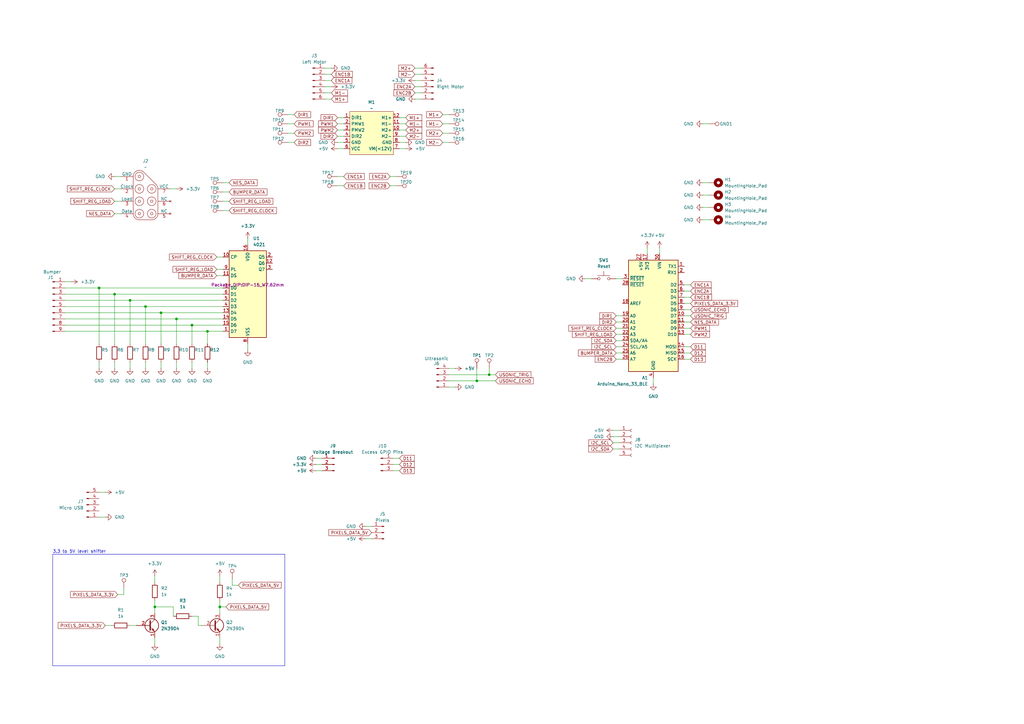
<source format=kicad_sch>
(kicad_sch (version 20231120) (generator "eeschema") (generator_version "8.0")
  (paper "A3")
  (title_block (title "A.L.I.E.N. Main Board") (date "2024-08-13") (rev "1.0") (comment 1 "Designed By: Harry Boyd"))
  (junction (at 40.64 118.11))
  (junction (at 46.99 120.65))
  (junction (at 53.34 123.19))
  (junction (at 195.58 156.21))
  (junction (at 66.04 128.27))
  (junction (at 59.69 125.73))
  (junction (at 85.09 135.89))
  (junction (at 200.66 153.67))
  (junction (at 63.5 248.92))
  (junction (at 90.17 248.92))
  (junction (at 78.74 133.35))
  (junction (at 72.39 130.81))
  (wire (pts (xy 251.46 184.15) (xy 254 184.15)))
  (wire (pts (xy 170.18 30.48) (xy 172.72 30.48)))
  (wire (pts (xy 72.39 148.59) (xy 72.39 151.13)))
  (wire (pts (xy 71.12 248.92) (xy 63.5 248.92)))
  (wire (pts (xy 170.18 33.02) (xy 172.72 33.02)))
  (wire (pts (xy 53.34 123.19) (xy 91.44 123.19)))
  (wire (pts (xy 280.67 121.92) (xy 283.21 121.92)))
  (wire (pts (xy 91.44 82.55) (xy 93.98 82.55)))
  (wire (pts (xy 46.99 120.65) (xy 91.44 120.65)))
  (wire (pts (xy 280.67 132.08) (xy 283.21 132.08)))
  (wire (pts (xy 95.25 240.03) (xy 95.25 237.49)))
  (wire (pts (xy 163.83 190.5) (xy 161.29 190.5)))
  (wire (pts (xy 138.43 60.96) (xy 140.97 60.96)))
  (wire (pts (xy 26.67 115.57) (xy 29.21 115.57)))
  (wire (pts (xy 66.04 128.27) (xy 91.44 128.27)))
  (wire (pts (xy 170.18 38.1) (xy 172.72 38.1)))
  (wire (pts (xy 132.08 193.04) (xy 129.54 193.04)))
  (wire (pts (xy 251.46 181.61) (xy 254 181.61)))
  (wire (pts (xy 240.03 114.3) (xy 242.57 114.3)))
  (wire (pts (xy 26.67 130.81) (xy 72.39 130.81)))
  (wire (pts (xy 149.86 215.9) (xy 152.4 215.9)))
  (wire (pts (xy 184.15 151.13) (xy 186.69 151.13)))
  (wire (pts (xy 50.8 241.3) (xy 50.8 243.84)))
  (wire (pts (xy 283.21 142.24) (xy 280.67 142.24)))
  (wire (pts (xy 46.99 87.63) (xy 49.53 87.63)))
  (wire (pts (xy 251.46 176.53) (xy 254 176.53)))
  (wire (pts (xy 252.73 132.08) (xy 255.27 132.08)))
  (wire (pts (xy 280.67 134.62) (xy 283.21 134.62)))
  (wire (pts (xy 184.15 158.75) (xy 186.69 158.75)))
  (wire (pts (xy 120.65 46.99) (xy 118.11 46.99)))
  (wire (pts (xy 265.43 101.6) (xy 265.43 104.14)))
  (wire (pts (xy 181.61 58.42) (xy 184.15 58.42)))
  (wire (pts (xy 280.67 137.16) (xy 283.21 137.16)))
  (wire (pts (xy 88.9 105.41) (xy 91.44 105.41)))
  (wire (pts (xy 91.44 78.74) (xy 93.98 78.74)))
  (wire (pts (xy 53.34 123.19) (xy 53.34 140.97)))
  (wire (pts (xy 133.35 38.1) (xy 135.89 38.1)))
  (wire (pts (xy 283.21 144.78) (xy 280.67 144.78)))
  (wire (pts (xy 163.83 55.88) (xy 166.37 55.88)))
  (wire (pts (xy 85.09 135.89) (xy 91.44 135.89)))
  (wire (pts (xy 135.89 27.94) (xy 133.35 27.94)))
  (wire (pts (xy 181.61 54.61) (xy 184.15 54.61)))
  (wire (pts (xy 78.74 133.35) (xy 78.74 140.97)))
  (wire (pts (xy 251.46 179.07) (xy 254 179.07)))
  (wire (pts (xy 40.64 201.93) (xy 43.18 201.93)))
  (wire (pts (xy 101.6 140.97) (xy 101.6 143.51)))
  (wire (pts (xy 59.69 148.59) (xy 59.69 151.13)))
  (wire (pts (xy 133.35 30.48) (xy 135.89 30.48)))
  (wire (pts (xy 91.44 86.36) (xy 93.98 86.36)))
  (wire (pts (xy 72.39 130.81) (xy 72.39 140.97)))
  (wire (pts (xy 170.18 27.94) (xy 172.72 27.94)))
  (wire (pts (xy 280.67 129.54) (xy 283.21 129.54)))
  (wire (pts (xy 280.67 124.46) (xy 283.21 124.46)))
  (wire (pts (xy 72.39 130.81) (xy 91.44 130.81)))
  (wire (pts (xy 184.15 156.21) (xy 195.58 156.21)))
  (wire (pts (xy 170.18 40.64) (xy 172.72 40.64)))
  (wire (pts (xy 78.74 133.35) (xy 91.44 133.35)))
  (wire (pts (xy 88.9 113.03) (xy 91.44 113.03)))
  (wire (pts (xy 66.04 148.59) (xy 66.04 151.13)))
  (wire (pts (xy 138.43 48.26) (xy 140.97 48.26)))
  (wire (pts (xy 46.99 77.47) (xy 49.53 77.47)))
  (wire (pts (xy 288.29 90.17) (xy 290.83 90.17)))
  (wire (pts (xy 59.69 125.73) (xy 91.44 125.73)))
  (wire (pts (xy 120.65 50.8) (xy 118.11 50.8)))
  (wire (pts (xy 72.39 77.47) (xy 69.85 77.47)))
  (wire (pts (xy 88.9 110.49) (xy 91.44 110.49)))
  (wire (pts (xy 252.73 144.78) (xy 255.27 144.78)))
  (wire (pts (xy 280.67 127) (xy 283.21 127)))
  (wire (pts (xy 63.5 248.92) (xy 63.5 251.46)))
  (wire (pts (xy 288.29 80.01) (xy 290.83 80.01)))
  (wire (pts (xy 26.67 125.73) (xy 59.69 125.73)))
  (wire (pts (xy 46.99 120.65) (xy 46.99 140.97)))
  (wire (pts (xy 252.73 134.62) (xy 255.27 134.62)))
  (wire (pts (xy 181.61 50.8) (xy 184.15 50.8)))
  (wire (pts (xy 181.61 46.99) (xy 184.15 46.99)))
  (wire (pts (xy 40.64 118.11) (xy 91.44 118.11)))
  (wire (pts (xy 138.43 72.39) (xy 140.97 72.39)))
  (wire (pts (xy 26.67 118.11) (xy 40.64 118.11)))
  (wire (pts (xy 63.5 264.16) (xy 63.5 261.62)))
  (wire (pts (xy 63.5 236.22) (xy 63.5 238.76)))
  (wire (pts (xy 26.67 135.89) (xy 85.09 135.89)))
  (wire (pts (xy 59.69 125.73) (xy 59.69 140.97)))
  (wire (pts (xy 48.26 243.84) (xy 50.8 243.84)))
  (wire (pts (xy 133.35 40.64) (xy 135.89 40.64)))
  (wire (pts (xy 26.67 120.65) (xy 46.99 120.65)))
  (wire (pts (xy 46.99 148.59) (xy 46.99 151.13)))
  (wire (pts (xy 97.79 240.03) (xy 95.25 240.03)))
  (wire (pts (xy 252.73 147.32) (xy 255.27 147.32)))
  (wire (pts (xy 138.43 53.34) (xy 140.97 53.34)))
  (wire (pts (xy 132.08 190.5) (xy 129.54 190.5)))
  (wire (pts (xy 288.29 50.8) (xy 290.83 50.8)))
  (wire (pts (xy 288.29 85.09) (xy 290.83 85.09)))
  (wire (pts (xy 40.64 148.59) (xy 40.64 151.13)))
  (wire (pts (xy 66.04 128.27) (xy 66.04 140.97)))
  (wire (pts (xy 26.67 123.19) (xy 53.34 123.19)))
  (wire (pts (xy 53.34 148.59) (xy 53.34 151.13)))
  (wire (pts (xy 195.58 156.21) (xy 203.2 156.21)))
  (wire (pts (xy 252.73 137.16) (xy 255.27 137.16)))
  (wire (pts (xy 91.44 74.93) (xy 93.98 74.93)))
  (wire (pts (xy 81.28 256.54) (xy 82.55 256.54)))
  (wire (pts (xy 184.15 153.67) (xy 200.66 153.67)))
  (wire (pts (xy 63.5 246.38) (xy 63.5 248.92)))
  (wire (pts (xy 101.6 97.79) (xy 101.6 100.33)))
  (wire (pts (xy 40.64 212.09) (xy 43.18 212.09)))
  (wire (pts (xy 120.65 58.42) (xy 118.11 58.42)))
  (wire (pts (xy 270.51 101.6) (xy 270.51 104.14)))
  (wire (pts (xy 85.09 148.59) (xy 85.09 151.13)))
  (wire (pts (xy 166.37 60.96) (xy 163.83 60.96)))
  (wire (pts (xy 252.73 129.54) (xy 255.27 129.54)))
  (wire (pts (xy 135.89 35.56) (xy 133.35 35.56)))
  (wire (pts (xy 163.83 187.96) (xy 161.29 187.96)))
  (wire (pts (xy 26.67 128.27) (xy 66.04 128.27)))
  (wire (pts (xy 162.56 72.39) (xy 160.02 72.39)))
  (wire (pts (xy 46.99 82.55) (xy 49.53 82.55)))
  (wire (pts (xy 280.67 116.84) (xy 283.21 116.84)))
  (wire (pts (xy 163.83 53.34) (xy 166.37 53.34)))
  (wire (pts (xy 90.17 264.16) (xy 90.17 261.62)))
  (wire (pts (xy 26.67 133.35) (xy 78.74 133.35)))
  (wire (pts (xy 252.73 139.7) (xy 255.27 139.7)))
  (wire (pts (xy 162.56 76.2) (xy 160.02 76.2)))
  (wire (pts (xy 43.18 256.54) (xy 45.72 256.54)))
  (wire (pts (xy 163.83 58.42) (xy 166.37 58.42)))
  (wire (pts (xy 166.37 48.26) (xy 163.83 48.26)))
  (wire (pts (xy 138.43 50.8) (xy 140.97 50.8)))
  (wire (pts (xy 78.74 252.73) (xy 81.28 252.73)))
  (wire (pts (xy 163.83 193.04) (xy 161.29 193.04)))
  (wire (pts (xy 203.2 153.67) (xy 200.66 153.67)))
  (wire (pts (xy 267.97 154.94) (xy 267.97 157.48)))
  (wire (pts (xy 252.73 142.24) (xy 255.27 142.24)))
  (wire (pts (xy 133.35 33.02) (xy 135.89 33.02)))
  (wire (pts (xy 163.83 50.8) (xy 166.37 50.8)))
  (wire (pts (xy 90.17 248.92) (xy 90.17 251.46)))
  (wire (pts (xy 255.27 114.3) (xy 252.73 114.3)))
  (wire (pts (xy 200.66 151.13) (xy 200.66 153.67)))
  (wire (pts (xy 120.65 54.61) (xy 118.11 54.61)))
  (wire (pts (xy 46.99 72.39) (xy 49.53 72.39)))
  (wire (pts (xy 81.28 252.73) (xy 81.28 256.54)))
  (wire (pts (xy 132.08 187.96) (xy 129.54 187.96)))
  (wire (pts (xy 92.71 248.92) (xy 90.17 248.92)))
  (wire (pts (xy 283.21 147.32) (xy 280.67 147.32)))
  (wire (pts (xy 195.58 151.13) (xy 195.58 156.21)))
  (wire (pts (xy 40.64 118.11) (xy 40.64 140.97)))
  (wire (pts (xy 90.17 246.38) (xy 90.17 248.92)))
  (wire (pts (xy 85.09 135.89) (xy 85.09 140.97)))
  (wire (pts (xy 280.67 119.38) (xy 283.21 119.38)))
  (wire (pts (xy 138.43 58.42) (xy 140.97 58.42)))
  (wire (pts (xy 149.86 220.98) (xy 152.4 220.98)))
  (wire (pts (xy 288.29 74.93) (xy 290.83 74.93)))
  (wire (pts (xy 138.43 76.2) (xy 140.97 76.2)))
  (wire (pts (xy 71.12 248.92) (xy 71.12 252.73)))
  (wire (pts (xy 78.74 148.59) (xy 78.74 151.13)))
  (wire (pts (xy 138.43 55.88) (xy 140.97 55.88)))
  (wire (pts (xy 90.17 236.22) (xy 90.17 238.76)))
  (wire (pts (xy 53.34 256.54) (xy 55.88 256.54)))
  (wire (pts (xy 170.18 35.56) (xy 172.72 35.56)))
  (rectangle (start 21.59 227.33) (end 116.84 273.05))
  (text "3.3 to 5V level shifter\n" (at 32.512 226.314 0) (effects (font (size 1.27 1.27))))
  (global_label "D12" (shape input) (at 163.83 190.5 0) (property "Intersheetrefs" "${INTERSHEET_REFS}" (effects (hide yes))))
  (global_label "PIXELS_DATA_3.3V" (shape input) (at 283.21 124.46 0) (property "Intersheetrefs" "${INTERSHEET_REFS}" (effects (hide yes))))
  (global_label "ENC1A" (shape input) (at 135.89 33.02 0) (property "Intersheetrefs" "${INTERSHEET_REFS}" (effects (hide yes))))
  (global_label "D13" (shape input) (at 283.21 147.32 0) (property "Intersheetrefs" "${INTERSHEET_REFS}" (effects (hide yes))))
  (global_label "M2+" (shape input) (at 166.37 53.34 0) (property "Intersheetrefs" "${INTERSHEET_REFS}" (effects (hide yes))))
  (global_label "DIR1" (shape input) (at 120.65 46.99 0) (property "Intersheetrefs" "${INTERSHEET_REFS}" (effects (hide yes))))
  (global_label "M2-" (shape input) (at 170.18 30.48 180) (property "Intersheetrefs" "${INTERSHEET_REFS}" (effects (hide yes))))
  (global_label "ENC2A" (shape input) (at 160.02 72.39 180) (property "Intersheetrefs" "${INTERSHEET_REFS}" (effects (hide yes))))
  (global_label "M1-" (shape input) (at 135.89 38.1 0) (property "Intersheetrefs" "${INTERSHEET_REFS}" (effects (hide yes))))
  (global_label "ENC1B" (shape input) (at 140.97 76.2 0) (property "Intersheetrefs" "${INTERSHEET_REFS}" (effects (hide yes))))
  (global_label "ENC1B" (shape input) (at 135.89 30.48 0) (property "Intersheetrefs" "${INTERSHEET_REFS}" (effects (hide yes))))
  (global_label "SHIFT_REG_CLOCK" (shape input) (at 46.99 77.47 180) (property "Intersheetrefs" "${INTERSHEET_REFS}" (effects (hide yes))))
  (global_label "I2C_SDA" (shape input) (at 252.73 139.7 180) (property "Intersheetrefs" "${INTERSHEET_REFS}" (effects (hide yes))))
  (global_label "M2+" (shape input) (at 170.18 27.94 180) (property "Intersheetrefs" "${INTERSHEET_REFS}" (effects (hide yes))))
  (global_label "M2-" (shape input) (at 166.37 55.88 0) (property "Intersheetrefs" "${INTERSHEET_REFS}" (effects (hide yes))))
  (global_label "SHIFT_REG_CLOCK" (shape input) (at 93.98 86.36 0) (property "Intersheetrefs" "${INTERSHEET_REFS}" (effects (hide yes))))
  (global_label "SHIFT_REG_LOAD" (shape input) (at 46.99 82.55 180) (property "Intersheetrefs" "${INTERSHEET_REFS}" (effects (hide yes))))
  (global_label "DIR1" (shape input) (at 252.73 129.54 180) (property "Intersheetrefs" "${INTERSHEET_REFS}" (effects (hide yes))))
  (global_label "DIR2" (shape input) (at 252.73 132.08 180) (property "Intersheetrefs" "${INTERSHEET_REFS}" (effects (hide yes))))
  (global_label "NES_DATA" (shape input) (at 283.21 132.08 0) (property "Intersheetrefs" "${INTERSHEET_REFS}" (effects (hide yes))))
  (global_label "D11" (shape input) (at 283.21 142.24 0) (property "Intersheetrefs" "${INTERSHEET_REFS}" (effects (hide yes))))
  (global_label "PWM2" (shape input) (at 120.65 54.61 0) (property "Intersheetrefs" "${INTERSHEET_REFS}" (effects (hide yes))))
  (global_label "M1-" (shape input) (at 181.61 50.8 180) (property "Intersheetrefs" "${INTERSHEET_REFS}" (effects (hide yes))))
  (global_label "NES_DATA" (shape input) (at 93.98 74.93 0) (property "Intersheetrefs" "${INTERSHEET_REFS}" (effects (hide yes))))
  (global_label "PWM2" (shape input) (at 283.21 137.16 0) (property "Intersheetrefs" "${INTERSHEET_REFS}" (effects (hide yes))))
  (global_label "PWM1" (shape input) (at 120.65 50.8 0) (property "Intersheetrefs" "${INTERSHEET_REFS}" (effects (hide yes))))
  (global_label "USONIC_TRIG" (shape input) (at 203.2 153.67 0) (property "Intersheetrefs" "${INTERSHEET_REFS}" (effects (hide yes))))
  (global_label "I2C_SCL" (shape input) (at 251.46 181.61 180) (property "Intersheetrefs" "${INTERSHEET_REFS}" (effects (hide yes))))
  (global_label "ENC1A" (shape input) (at 283.21 116.84 0) (property "Intersheetrefs" "${INTERSHEET_REFS}" (effects (hide yes))))
  (global_label "PIXELS_DATA_5V" (shape input) (at 97.79 240.03 0) (property "Intersheetrefs" "${INTERSHEET_REFS}" (effects (hide yes))))
  (global_label "SHIFT_REG_LOAD" (shape input) (at 93.98 82.55 0) (property "Intersheetrefs" "${INTERSHEET_REFS}" (effects (hide yes))))
  (global_label "SHIFT_REG_LOAD" (shape input) (at 252.73 137.16 180) (property "Intersheetrefs" "${INTERSHEET_REFS}" (effects (hide yes))))
  (global_label "ENC2B" (shape input) (at 170.18 38.1 180) (property "Intersheetrefs" "${INTERSHEET_REFS}" (effects (hide yes))))
  (global_label "M1+" (shape input) (at 166.37 48.26 0) (property "Intersheetrefs" "${INTERSHEET_REFS}" (effects (hide yes))))
  (global_label "D11" (shape input) (at 163.83 187.96 0) (property "Intersheetrefs" "${INTERSHEET_REFS}" (effects (hide yes))))
  (global_label "PIXELS_DATA_3.3V" (shape input) (at 43.18 256.54 180) (property "Intersheetrefs" "${INTERSHEET_REFS}" (effects (hide yes))))
  (global_label "USONIC_TRIG" (shape input) (at 283.21 129.54 0) (property "Intersheetrefs" "${INTERSHEET_REFS}" (effects (hide yes))))
  (global_label "ENC1A" (shape input) (at 140.97 72.39 0) (property "Intersheetrefs" "${INTERSHEET_REFS}" (effects (hide yes))))
  (global_label "SHIFT_REG_LOAD" (shape input) (at 88.9 110.49 180) (property "Intersheetrefs" "${INTERSHEET_REFS}" (effects (hide yes))))
  (global_label "PIXELS_DATA_5V" (shape input) (at 152.4 218.44 180) (property "Intersheetrefs" "${INTERSHEET_REFS}" (effects (hide yes))))
  (global_label "DIR2" (shape input) (at 120.65 58.42 0) (property "Intersheetrefs" "${INTERSHEET_REFS}" (effects (hide yes))))
  (global_label "ENC2B" (shape input) (at 252.73 147.32 180) (property "Intersheetrefs" "${INTERSHEET_REFS}" (effects (hide yes))))
  (global_label "M2+" (shape input) (at 181.61 54.61 180) (property "Intersheetrefs" "${INTERSHEET_REFS}" (effects (hide yes))))
  (global_label "ENC2A" (shape input) (at 283.21 119.38 0) (property "Intersheetrefs" "${INTERSHEET_REFS}" (effects (hide yes))))
  (global_label "D12" (shape input) (at 283.21 144.78 0) (property "Intersheetrefs" "${INTERSHEET_REFS}" (effects (hide yes))))
  (global_label "PWM1" (shape input) (at 138.43 50.8 180) (property "Intersheetrefs" "${INTERSHEET_REFS}" (effects (hide yes))))
  (global_label "USONIC_ECHO" (shape input) (at 203.2 156.21 0) (property "Intersheetrefs" "${INTERSHEET_REFS}" (effects (hide yes))))
  (global_label "ENC1B" (shape input) (at 283.21 121.92 0) (property "Intersheetrefs" "${INTERSHEET_REFS}" (effects (hide yes))))
  (global_label "M1+" (shape input) (at 181.61 46.99 180) (property "Intersheetrefs" "${INTERSHEET_REFS}" (effects (hide yes))))
  (global_label "BUMPER_DATA" (shape input) (at 88.9 113.03 180) (property "Intersheetrefs" "${INTERSHEET_REFS}" (effects (hide yes))))
  (global_label "PIXELS_DATA_3.3V" (shape input) (at 48.26 243.84 180) (property "Intersheetrefs" "${INTERSHEET_REFS}" (effects (hide yes))))
  (global_label "DIR1" (shape input) (at 138.43 48.26 180) (property "Intersheetrefs" "${INTERSHEET_REFS}" (effects (hide yes))))
  (global_label "SHIFT_REG_CLOCK" (shape input) (at 88.9 105.41 180) (property "Intersheetrefs" "${INTERSHEET_REFS}" (effects (hide yes))))
  (global_label "DIR2" (shape input) (at 138.43 55.88 180) (property "Intersheetrefs" "${INTERSHEET_REFS}" (effects (hide yes))))
  (global_label "USONIC_ECHO" (shape input) (at 283.21 127 0) (property "Intersheetrefs" "${INTERSHEET_REFS}" (effects (hide yes))))
  (global_label "M2-" (shape input) (at 181.61 58.42 180) (property "Intersheetrefs" "${INTERSHEET_REFS}" (effects (hide yes))))
  (global_label "NES_DATA" (shape input) (at 46.99 87.63 180) (property "Intersheetrefs" "${INTERSHEET_REFS}" (effects (hide yes))))
  (global_label "ENC2A" (shape input) (at 170.18 35.56 180) (property "Intersheetrefs" "${INTERSHEET_REFS}" (effects (hide yes))))
  (global_label "M1+" (shape input) (at 135.89 40.64 0) (property "Intersheetrefs" "${INTERSHEET_REFS}" (effects (hide yes))))
  (global_label "ENC2B" (shape input) (at 160.02 76.2 180) (property "Intersheetrefs" "${INTERSHEET_REFS}" (effects (hide yes))))
  (global_label "SHIFT_REG_CLOCK" (shape input) (at 252.73 134.62 180) (property "Intersheetrefs" "${INTERSHEET_REFS}" (effects (hide yes))))
  (global_label "PWM1" (shape input) (at 283.21 134.62 0) (property "Intersheetrefs" "${INTERSHEET_REFS}" (effects (hide yes))))
  (global_label "I2C_SCL" (shape input) (at 252.73 142.24 180) (property "Intersheetrefs" "${INTERSHEET_REFS}" (effects (hide yes))))
  (global_label "M1-" (shape input) (at 166.37 50.8 0) (property "Intersheetrefs" "${INTERSHEET_REFS}" (effects (hide yes))))
  (global_label "BUMPER_DATA" (shape input) (at 93.98 78.74 0) (property "Intersheetrefs" "${INTERSHEET_REFS}" (effects (hide yes))))
  (global_label "PIXELS_DATA_5V" (shape input) (at 92.71 248.92 0) (property "Intersheetrefs" "${INTERSHEET_REFS}" (effects (hide yes))))
  (global_label "D13" (shape input) (at 163.83 193.04 0) (property "Intersheetrefs" "${INTERSHEET_REFS}" (effects (hide yes))))
  (global_label "I2C_SDA" (shape input) (at 251.46 184.15 180) (property "Intersheetrefs" "${INTERSHEET_REFS}" (effects (hide yes))))
  (global_label "BUMPER_DATA" (shape input) (at 252.73 144.78 180) (property "Intersheetrefs" "${INTERSHEET_REFS}" (effects (hide yes))))
  (global_label "PWM2" (shape input) (at 138.43 53.34 180) (property "Intersheetrefs" "${INTERSHEET_REFS}" (effects (hide yes))))
  (symbol (lib_id "power:GND") (at 72.39 151.13 0) (unit 1)
    (property "Reference" "#PWR038" (effects (hide yes)))
    (property "Value" "GND" (at 72.39 156.21 0))
    (property "Description" "Power symbol creates a global label with name \"GND\" , ground" (effects (hide yes)))
  )
  (symbol (lib_id "Connector:TestPoint") (at 91.44 74.93 90) (unit 1)
    (property "Reference" "TP5" (at 89.916 73.406 90) (effects (justify left)))
    (property "Value" "TestPoint" (effects (hide yes)))
    (property "Footprint" "TestPoint:TestPoint_THTPad_D1.0mm_Drill0.5mm" (effects (hide yes)))
    (property "Description" "test point" (effects (hide yes)))
  )
  (symbol (lib_id "power:GND") (at 46.99 72.39 270) (unit 1)
    (property "Reference" "#PWR05" (effects (hide yes)))
    (property "Value" "GND" (at 43.18 72.3899 90) (effects (justify right)))
    (property "Description" "Power symbol creates a global label with name \"GND\" , ground" (effects (hide yes)))
  )
  (symbol (lib_id "power:GND") (at 59.69 151.13 0) (unit 1)
    (property "Reference" "#PWR036" (effects (hide yes)))
    (property "Value" "GND" (at 59.69 156.21 0))
    (property "Description" "Power symbol creates a global label with name \"GND\" , ground" (effects (hide yes)))
  )
  (symbol (lib_id "power:GND") (at 251.46 179.07 270) (unit 1)
    (property "Reference" "#PWR031" (effects (hide yes)))
    (property "Value" "GND" (at 247.65 179.0699 90) (effects (justify right)))
    (property "Description" "Power symbol creates a global label with name \"GND\" , ground" (effects (hide yes)))
  )
  (symbol (lib_id "4xxx:4021") (at 101.6 120.65 0) (unit 1)
    (property "Reference" "U1" (at 103.7941 97.79 0) (effects (justify left)))
    (property "Value" "4021" (at 103.7941 100.33 0) (effects (justify left)))
    (property "Footprint" "Package_DIP:DIP-16_W7.62mm" (at 101.6 116.84 0))
    (property "Datasheet" "https://assets.nexperia.com/documents/data-sheet/HEF4021B.pdf" (effects (hide yes)))
    (property "Description" "8-bit static shift register" (effects (hide yes)))
  )
  (symbol (lib_id "Connector:TestPoint") (at 195.58 151.13 0) (unit 1)
    (property "Reference" "TP1" (at 193.802 145.796 0) (effects (justify left)))
    (property "Value" "TestPoint" (effects (hide yes)))
    (property "Footprint" "TestPoint:TestPoint_THTPad_D1.0mm_Drill0.5mm" (effects (hide yes)))
    (property "Description" "test point" (effects (hide yes)))
  )
  (symbol (lib_id "Connector:TestPoint") (at 290.83 50.8 270) (unit 1)
    (property "Reference" "GND1" (at 295.148 50.8 90) (effects (justify left)))
    (property "Value" "GND" (effects (hide yes)))
    (property "Footprint" "TestPoint:TestPoint_Bridge_Pitch2.54mm_Drill0.7mm" (effects (hide yes)))
    (property "Description" "test point" (effects (hide yes)))
  )
  (symbol (lib_id "Device:R") (at 85.09 144.78 0) (unit 1)
    (property "Reference" "R12" (at 86.106 143.51 0) (effects (justify left)))
    (property "Value" "10k" (effects (hide yes)))
    (property "Footprint" "Resistor_SMD:R_0402_1005Metric_Pad0.72x0.64mm_HandSolder" (effects (hide yes)))
    (property "Description" "Resistor" (effects (hide yes)))
  )
  (symbol (lib_id "power:+3.3V") (at 101.6 97.79 0) (unit 1)
    (property "Reference" "#PWR02" (effects (hide yes)))
    (property "Value" "+3.3V" (at 101.6 92.71 0))
    (property "Description" "Power symbol creates a global label with name \"+3.3V\"" (effects (hide yes)))
  )
  (symbol (lib_id "power:+3.3V") (at 265.43 101.6 0) (unit 1)
    (property "Reference" "#PWR023" (effects (hide yes)))
    (property "Value" "+3.3V" (at 265.43 96.52 0))
    (property "Description" "Power symbol creates a global label with name \"+3.3V\"" (effects (hide yes)))
  )
  (symbol (lib_id "Connector:Conn_01x06_Pin") (at 177.8 35.56 180) (unit 1)
    (property "Reference" "J4" (at 179.07 33.0199 0) (effects (justify right)))
    (property "Value" "Right Motor" (at 179.07 35.5599 0) (effects (justify right)))
    (property "Footprint" "Connector_PinHeader_2.54mm:PinHeader_1x06_P2.54mm_Horizontal" (effects (hide yes)))
    (property "Description" "Generic connector, single row, 01x06, script generated" (effects (hide yes)))
  )
  (symbol (lib_id "Connector:Conn_01x06_Pin") (at 128.27 33.02 0) (unit 1)
    (property "Reference" "J3" (at 128.905 22.86 0))
    (property "Value" "Left Motor" (at 128.905 25.4 0))
    (property "Footprint" "Connector_PinHeader_2.54mm:PinHeader_1x06_P2.54mm_Horizontal" (effects (hide yes)))
    (property "Description" "Generic connector, single row, 01x06, script generated" (effects (hide yes)))
  )
  (symbol (lib_id "power:+3.3V") (at 72.39 77.47 270) (unit 1)
    (property "Reference" "#PWR01" (effects (hide yes)))
    (property "Value" "+3.3V" (at 76.2 77.4699 90) (effects (justify left)))
    (property "Description" "Power symbol creates a global label with name \"+3.3V\"" (effects (hide yes)))
  )
  (symbol (lib_id "power:GND") (at 90.17 264.16 0) (unit 1)
    (property "Reference" "#PWR026" (effects (hide yes)))
    (property "Value" "GND" (at 90.17 269.24 0))
    (property "Description" "Power symbol creates a global label with name \"GND\" , ground" (effects (hide yes)))
  )
  (symbol (lib_id "Connector:Conn_01x05_Pin") (at 35.56 207.01 0) (mirror x) (unit 1)
    (property "Reference" "J7" (at 34.29 205.7399 0) (effects (justify right)))
    (property "Value" "Micro USB" (at 34.29 208.2799 0) (effects (justify right)))
    (property "Footprint" "Adafruit_1833_Shield:Adafruit_1833_Shield" (effects (hide yes)))
    (property "Description" "Generic connector, single row, 01x05, script generated" (effects (hide yes)))
  )
  (symbol (lib_id "Connector:TestPoint") (at 162.56 76.2 270) (mirror x) (unit 1)
    (property "Reference" "TP20" (at 164.084 74.676 90) (effects (justify left)))
    (property "Value" "TestPoint" (effects (hide yes)))
    (property "Footprint" "TestPoint:TestPoint_THTPad_D1.0mm_Drill0.5mm" (effects (hide yes)))
    (property "Description" "test point" (effects (hide yes)))
  )
  (symbol (lib_id "Connector:Conn_01x03_Pin") (at 157.48 218.44 0) (mirror y) (unit 1)
    (property "Reference" "J5" (at 156.845 210.82 0))
    (property "Value" "Pixels" (at 156.845 213.36 0))
    (property "Footprint" "Connector_PinHeader_2.54mm:PinHeader_1x03_P2.54mm_Vertical" (effects (hide yes)))
    (property "Description" "Generic connector, single row, 01x03, script generated" (effects (hide yes)))
  )
  (symbol (lib_id "power:GND") (at 40.64 151.13 0) (unit 1)
    (property "Reference" "#PWR033" (effects (hide yes)))
    (property "Value" "GND" (at 40.64 156.21 0))
    (property "Description" "Power symbol creates a global label with name \"GND\" , ground" (effects (hide yes)))
  )
  (symbol (lib_id "power:GND") (at 43.18 212.09 90) (unit 1)
    (property "Reference" "#PWR018" (effects (hide yes)))
    (property "Value" "GND" (at 46.99 212.0899 90) (effects (justify right)))
    (property "Description" "Power symbol creates a global label with name \"GND\" , ground" (effects (hide yes)))
  )
  (symbol (lib_id "power:+3.3V") (at 63.5 236.22 0) (unit 1)
    (property "Reference" "#PWR029" (effects (hide yes)))
    (property "Value" "+3.3V" (at 63.5 231.14 0))
    (property "Description" "Power symbol creates a global label with name \"+3.3V\"" (effects (hide yes)))
  )
  (symbol (lib_id "power:+5V") (at 166.37 60.96 270) (unit 1)
    (property "Reference" "#PWR021" (effects (hide yes)))
    (property "Value" "+5V" (at 170.18 60.9599 90) (effects (justify left)))
    (property "Description" "Power symbol creates a global label with name \"+5V\"" (effects (hide yes)))
  )
  (symbol (lib_id "power:GND") (at 85.09 151.13 0) (unit 1)
    (property "Reference" "#PWR040" (effects (hide yes)))
    (property "Value" "GND" (at 85.09 156.21 0))
    (property "Description" "Power symbol creates a global label with name \"GND\" , ground" (effects (hide yes)))
  )
  (symbol (lib_id "Device:R") (at 53.34 144.78 0) (unit 1)
    (property "Reference" "R7" (at 54.356 143.51 0) (effects (justify left)))
    (property "Value" "10k" (effects (hide yes)))
    (property "Footprint" "Resistor_SMD:R_0402_1005Metric_Pad0.72x0.64mm_HandSolder" (effects (hide yes)))
    (property "Description" "Resistor" (effects (hide yes)))
  )
  (symbol (lib_id "Connector:TestPoint") (at 118.11 58.42 90) (unit 1)
    (property "Reference" "TP12" (at 116.586 56.896 90) (effects (justify left)))
    (property "Value" "TestPoint" (effects (hide yes)))
    (property "Footprint" "TestPoint:TestPoint_THTPad_D1.0mm_Drill0.5mm" (effects (hide yes)))
    (property "Description" "test point" (effects (hide yes)))
  )
  (symbol (lib_id "power:+5V") (at 270.51 101.6 0) (unit 1)
    (property "Reference" "#PWR022" (effects (hide yes)))
    (property "Value" "+5V" (at 270.51 96.52 0))
    (property "Description" "Power symbol creates a global label with name \"+5V\"" (effects (hide yes)))
  )
  (symbol (lib_id "Connector:TestPoint") (at 184.15 54.61 270) (mirror x) (unit 1)
    (property "Reference" "TP15" (at 185.674 53.086 90) (effects (justify left)))
    (property "Value" "TestPoint" (effects (hide yes)))
    (property "Footprint" "TestPoint:TestPoint_THTPad_D1.0mm_Drill0.5mm" (effects (hide yes)))
    (property "Description" "test point" (effects (hide yes)))
  )
  (symbol (lib_id "Device:R") (at 49.53 256.54 270) (unit 1)
    (property "Reference" "R1" (at 49.53 250.19 90))
    (property "Value" "1k" (at 49.53 252.73 90))
    (property "Footprint" "Resistor_SMD:R_0402_1005Metric_Pad0.72x0.64mm_HandSolder" (effects (hide yes)))
    (property "Description" "Resistor" (effects (hide yes)))
  )
  (symbol (lib_id "power:GND") (at 78.74 151.13 0) (unit 1)
    (property "Reference" "#PWR039" (effects (hide yes)))
    (property "Value" "GND" (at 78.74 156.21 0))
    (property "Description" "Power symbol creates a global label with name \"GND\" , ground" (effects (hide yes)))
  )
  (symbol (lib_id "Connector:TestPoint") (at 138.43 72.39 90) (unit 1)
    (property "Reference" "TP17" (at 136.906 70.866 90) (effects (justify left)))
    (property "Value" "TestPoint" (effects (hide yes)))
    (property "Footprint" "TestPoint:TestPoint_THTPad_D1.0mm_Drill0.5mm" (effects (hide yes)))
    (property "Description" "test point" (effects (hide yes)))
  )
  (symbol (lib_id "power:GND") (at 240.03 114.3 270) (unit 1)
    (property "Reference" "#PWR032" (effects (hide yes)))
    (property "Value" "GND" (at 236.22 114.2999 90) (effects (justify right)))
    (property "Description" "Power symbol creates a global label with name \"GND\" , ground" (effects (hide yes)))
  )
  (symbol (lib_id "Connector:Conn_01x04_Pin") (at 179.07 156.21 0) (mirror x) (unit 1)
    (property "Reference" "J6" (at 179.07 149.098 0))
    (property "Value" "Ultrasonic" (at 179.07 147.066 0))
    (property "Footprint" "Connector_PinHeader_2.54mm:PinHeader_1x04_P2.54mm_Horizontal" (effects (hide yes)))
    (property "Description" "Generic connector, single row, 01x04, script generated" (effects (hide yes)))
  )
  (symbol (lib_id "power:GND") (at 288.29 85.09 270) (unit 1)
    (property "Reference" "#PWR010" (effects (hide yes)))
    (property "Value" "GND" (at 284.48 85.0899 90) (effects (justify right)))
    (property "Description" "Power symbol creates a global label with name \"GND\" , ground" (effects (hide yes)))
  )
  (symbol (lib_id "Device:R") (at 46.99 144.78 0) (unit 1)
    (property "Reference" "R6" (at 48.006 143.51 0) (effects (justify left)))
    (property "Value" "10k" (effects (hide yes)))
    (property "Footprint" "Resistor_SMD:R_0402_1005Metric_Pad0.72x0.64mm_HandSolder" (effects (hide yes)))
    (property "Description" "Resistor" (effects (hide yes)))
  )
  (symbol (lib_id "power:GND") (at 166.37 58.42 90) (unit 1)
    (property "Reference" "#PWR07" (effects (hide yes)))
    (property "Value" "GND" (at 170.18 58.4199 90) (effects (justify right)))
    (property "Description" "Power symbol creates a global label with name \"GND\" , ground" (effects (hide yes)))
  )
  (symbol (lib_id "power:GND") (at 186.69 158.75 90) (unit 1)
    (property "Reference" "#PWR016" (effects (hide yes)))
    (property "Value" "GND" (at 190.5 158.7499 90) (effects (justify right)))
    (property "Description" "Power symbol creates a global label with name \"GND\" , ground" (effects (hide yes)))
  )
  (symbol (lib_id "Connector:TestPoint") (at 184.15 46.99 270) (mirror x) (unit 1)
    (property "Reference" "TP13" (at 185.674 45.466 90) (effects (justify left)))
    (property "Value" "TestPoint" (effects (hide yes)))
    (property "Footprint" "TestPoint:TestPoint_THTPad_D1.0mm_Drill0.5mm" (effects (hide yes)))
    (property "Description" "test point" (effects (hide yes)))
  )
  (symbol (lib_id "Mechanical:MountingHole_Pad") (at 293.37 90.17 270) (unit 1) (exclude_from_sim yes) (in_bom no)
    (property "Reference" "H4" (at 297.18 88.8999 90) (effects (justify left)))
    (property "Value" "MountingHole_Pad" (at 297.18 91.4399 90) (effects (justify left)))
    (property "Footprint" "MountingHole:MountingHole_2.7mm_M2.5_Pad" (effects (hide yes)))
    (property "Description" "Mounting Hole with connection" (effects (hide yes)))
  )
  (symbol (lib_id "Connector:TestPoint") (at 200.66 151.13 0) (unit 1)
    (property "Reference" "TP2" (at 198.882 145.796 0) (effects (justify left)))
    (property "Value" "TestPoint" (effects (hide yes)))
    (property "Footprint" "TestPoint:TestPoint_THTPad_D1.0mm_Drill0.5mm" (effects (hide yes)))
    (property "Description" "test point" (effects (hide yes)))
  )
  (symbol (lib_id "Connector:Conn_01x03_Pin") (at 137.16 190.5 0) (mirror y) (unit 1)
    (property "Reference" "J9" (at 136.525 182.88 0))
    (property "Value" "Voltage Breakout" (at 136.525 185.42 0))
    (property "Footprint" "Connector_PinHeader_2.54mm:PinHeader_1x03_P2.54mm_Vertical" (effects (hide yes)))
    (property "Description" "Generic connector, single row, 01x03, script generated" (effects (hide yes)))
  )
  (symbol (lib_id "power:+3.3V") (at 170.18 33.02 90) (unit 1)
    (property "Reference" "#PWR015" (effects (hide yes)))
    (property "Value" "+3.3V" (at 166.37 33.0199 90) (effects (justify left)))
    (property "Description" "Power symbol creates a global label with name \"+3.3V\"" (effects (hide yes)))
  )
  (symbol (lib_id "Connector:TestPoint") (at 50.8 241.3 0) (unit 1)
    (property "Reference" "TP3" (at 49.022 235.966 0) (effects (justify left)))
    (property "Value" "TestPoint" (effects (hide yes)))
    (property "Footprint" "TestPoint:TestPoint_THTPad_D1.0mm_Drill0.5mm" (effects (hide yes)))
    (property "Description" "test point" (effects (hide yes)))
  )
  (symbol (lib_id "Device:R") (at 90.17 242.57 0) (unit 1)
    (property "Reference" "R4" (at 92.71 241.2999 0) (effects (justify left)))
    (property "Value" "1k" (at 92.71 243.8399 0) (effects (justify left)))
    (property "Footprint" "Resistor_SMD:R_0402_1005Metric_Pad0.72x0.64mm_HandSolder" (effects (hide yes)))
    (property "Description" "Resistor" (effects (hide yes)))
  )
  (symbol (lib_id "power:GND") (at 46.99 151.13 0) (unit 1)
    (property "Reference" "#PWR034" (effects (hide yes)))
    (property "Value" "GND" (at 46.99 156.21 0))
    (property "Description" "Power symbol creates a global label with name \"GND\" , ground" (effects (hide yes)))
  )
  (symbol (lib_id "power:GND") (at 101.6 143.51 0) (unit 1)
    (property "Reference" "#PWR03" (effects (hide yes)))
    (property "Value" "GND" (at 101.6 148.59 0))
    (property "Description" "Power symbol creates a global label with name \"GND\" , ground" (effects (hide yes)))
  )
  (symbol (lib_id "DFRobot_DC_Motor_Driver_Shield:DFRobot_DC_Motor_Driver_Shield") (at 152.4 49.53 0) (unit 1)
    (property "Reference" "M1" (at 152.4 41.91 0))
    (property "Value" "~" (at 152.4 44.45 0))
    (property "Footprint" "DFRobot_DC_Motor_Driver_Shield:DFRobot_DC_Motor_Driver_Shield" (effects (hide yes)))
  )
  (symbol (lib_id "Connector:TestPoint") (at 91.44 78.74 90) (unit 1)
    (property "Reference" "TP6" (at 89.916 77.216 90) (effects (justify left)))
    (property "Value" "TestPoint" (effects (hide yes)))
    (property "Footprint" "TestPoint:TestPoint_THTPad_D1.0mm_Drill0.5mm" (effects (hide yes)))
    (property "Description" "test point" (effects (hide yes)))
  )
  (symbol (lib_id "MCU_Module:Arduino_Nano_Every") (at 267.97 129.54 0) (mirror y) (unit 1)
    (property "Reference" "A1" (at 265.7759 154.94 0) (effects (justify left)))
    (property "Value" "Arduino_Nano_33_BLE" (at 265.7759 157.48 0) (effects (justify left)))
    (property "Footprint" "Module:Arduino_Nano" (effects (hide yes)))
    (property "Datasheet" "https://content.arduino.cc/assets/NANOEveryV3.0_sch.pdf" (effects (hide yes)))
    (property "Description" "Arduino Nano Every" (effects (hide yes)))
  )
  (symbol (lib_id "power:GND") (at 138.43 58.42 270) (unit 1)
    (property "Reference" "#PWR06" (effects (hide yes)))
    (property "Value" "GND" (at 134.62 58.4199 90) (effects (justify right)))
    (property "Description" "Power symbol creates a global label with name \"GND\" , ground" (effects (hide yes)))
  )
  (symbol (lib_id "power:+5V") (at 138.43 60.96 90) (unit 1)
    (property "Reference" "#PWR020" (effects (hide yes)))
    (property "Value" "+5V" (at 134.62 60.9599 90) (effects (justify left)))
    (property "Description" "Power symbol creates a global label with name \"+5V\"" (effects (hide yes)))
  )
  (symbol (lib_id "Transistor_BJT:2N3904") (at 87.63 256.54 0) (unit 1)
    (property "Reference" "Q2" (at 92.71 255.2699 0) (effects (justify left)))
    (property "Value" "2N3904" (at 92.71 257.8099 0) (effects (justify left)))
    (property "Footprint" "Package_TO_SOT_THT:TO-92_Inline" (effects (hide yes)))
    (property "Datasheet" "https://www.onsemi.com/pub/Collateral/2N3903-D.PDF" (effects (hide yes)))
    (property "Description" "0.2A Ic, 40V Vce, Small Signal NPN Transistor, TO-92" (effects (hide yes)))
  )
  (symbol (lib_id "power:GND") (at 288.29 50.8 270) (unit 1)
    (property "Reference" "#PWR045" (effects (hide yes)))
    (property "Value" "GND" (at 284.48 50.7999 90) (effects (justify right)))
    (property "Description" "Power symbol creates a global label with name \"GND\" , ground" (effects (hide yes)))
  )
  (symbol (lib_id "power:+5V") (at 129.54 193.04 90) (unit 1)
    (property "Reference" "#PWR042" (effects (hide yes)))
    (property "Value" "+5V" (at 125.73 193.0399 90) (effects (justify left)))
    (property "Description" "Power symbol creates a global label with name \"+5V\"" (effects (hide yes)))
  )
  (symbol (lib_id "power:GND") (at 170.18 40.64 270) (unit 1)
    (property "Reference" "#PWR014" (effects (hide yes)))
    (property "Value" "GND" (at 166.37 40.6399 90) (effects (justify right)))
    (property "Description" "Power symbol creates a global label with name \"GND\" , ground" (effects (hide yes)))
  )
  (symbol (lib_id "power:GND") (at 53.34 151.13 0) (unit 1)
    (property "Reference" "#PWR035" (effects (hide yes)))
    (property "Value" "GND" (at 53.34 156.21 0))
    (property "Description" "Power symbol creates a global label with name \"GND\" , ground" (effects (hide yes)))
  )
  (symbol (lib_id "power:+3.3V") (at 129.54 190.5 90) (unit 1)
    (property "Reference" "#PWR04" (effects (hide yes)))
    (property "Value" "+3.3V" (at 125.73 190.4999 90) (effects (justify left)))
    (property "Description" "Power symbol creates a global label with name \"+3.3V\"" (effects (hide yes)))
  )
  (symbol (lib_id "power:GND") (at 63.5 264.16 0) (unit 1)
    (property "Reference" "#PWR027" (effects (hide yes)))
    (property "Value" "GND" (at 63.5 269.24 0))
    (property "Description" "Power symbol creates a global label with name \"GND\" , ground" (effects (hide yes)))
  )
  (symbol (lib_id "power:GND") (at 135.89 27.94 90) (unit 1)
    (property "Reference" "#PWR012" (effects (hide yes)))
    (property "Value" "GND" (at 139.7 27.9399 90) (effects (justify right)))
    (property "Description" "Power symbol creates a global label with name \"GND\" , ground" (effects (hide yes)))
  )
  (symbol (lib_id "power:GND") (at 66.04 151.13 0) (unit 1)
    (property "Reference" "#PWR037" (effects (hide yes)))
    (property "Value" "GND" (at 66.04 156.21 0))
    (property "Description" "Power symbol creates a global label with name \"GND\" , ground" (effects (hide yes)))
  )
  (symbol (lib_id "power:GND") (at 288.29 74.93 270) (unit 1)
    (property "Reference" "#PWR08" (effects (hide yes)))
    (property "Value" "GND" (at 284.48 74.9299 90) (effects (justify right)))
    (property "Description" "Power symbol creates a global label with name \"GND\" , ground" (effects (hide yes)))
  )
  (symbol (lib_id "power:GND") (at 288.29 90.17 270) (unit 1)
    (property "Reference" "#PWR011" (effects (hide yes)))
    (property "Value" "GND" (at 284.48 90.1699 90) (effects (justify right)))
    (property "Description" "Power symbol creates a global label with name \"GND\" , ground" (effects (hide yes)))
  )
  (symbol (lib_id "Connector:TestPoint") (at 91.44 82.55 90) (unit 1)
    (property "Reference" "TP7" (at 89.916 81.026 90) (effects (justify left)))
    (property "Value" "TestPoint" (effects (hide yes)))
    (property "Footprint" "TestPoint:TestPoint_THTPad_D1.0mm_Drill0.5mm" (effects (hide yes)))
    (property "Description" "test point" (effects (hide yes)))
  )
  (symbol (lib_id "Connector:TestPoint") (at 162.56 72.39 270) (mirror x) (unit 1)
    (property "Reference" "TP19" (at 164.084 70.866 90) (effects (justify left)))
    (property "Value" "TestPoint" (effects (hide yes)))
    (property "Footprint" "TestPoint:TestPoint_THTPad_D1.0mm_Drill0.5mm" (effects (hide yes)))
    (property "Description" "test point" (effects (hide yes)))
  )
  (symbol (lib_id "Connector:TestPoint") (at 184.15 58.42 270) (mirror x) (unit 1)
    (property "Reference" "TP16" (at 185.674 56.896 90) (effects (justify left)))
    (property "Value" "TestPoint" (effects (hide yes)))
    (property "Footprint" "TestPoint:TestPoint_THTPad_D1.0mm_Drill0.5mm" (effects (hide yes)))
    (property "Description" "test point" (effects (hide yes)))
  )
  (symbol (lib_id "Connector:TestPoint") (at 95.25 237.49 0) (unit 1)
    (property "Reference" "TP4" (at 93.472 232.156 0) (effects (justify left)))
    (property "Value" "TestPoint" (effects (hide yes)))
    (property "Footprint" "TestPoint:TestPoint_THTPad_D1.0mm_Drill0.5mm" (effects (hide yes)))
    (property "Description" "test point" (effects (hide yes)))
  )
  (symbol (lib_id "Connector:TestPoint") (at 118.11 46.99 90) (unit 1)
    (property "Reference" "TP9" (at 116.586 45.466 90) (effects (justify left)))
    (property "Value" "TestPoint" (effects (hide yes)))
    (property "Footprint" "TestPoint:TestPoint_THTPad_D1.0mm_Drill0.5mm" (effects (hide yes)))
    (property "Description" "test point" (effects (hide yes)))
  )
  (symbol (lib_id "power:+5V") (at 186.69 151.13 270) (unit 1)
    (property "Reference" "#PWR017" (effects (hide yes)))
    (property "Value" "+5V" (at 190.5 151.1299 90) (effects (justify left)))
    (property "Description" "Power symbol creates a global label with name \"+5V\"" (effects (hide yes)))
  )
  (symbol (lib_id "Device:R") (at 63.5 242.57 0) (unit 1)
    (property "Reference" "R2" (at 66.04 241.2999 0) (effects (justify left)))
    (property "Value" "1k" (at 66.04 243.8399 0) (effects (justify left)))
    (property "Footprint" "Resistor_SMD:R_0402_1005Metric_Pad0.72x0.64mm_HandSolder" (effects (hide yes)))
    (property "Description" "Resistor" (effects (hide yes)))
  )
  (symbol (lib_id "Mechanical:MountingHole_Pad") (at 293.37 85.09 270) (unit 1) (exclude_from_sim yes) (in_bom no)
    (property "Reference" "H3" (at 297.18 83.8199 90) (effects (justify left)))
    (property "Value" "MountingHole_Pad" (at 297.18 86.3599 90) (effects (justify left)))
    (property "Footprint" "MountingHole:MountingHole_2.7mm_M2.5_Pad" (effects (hide yes)))
    (property "Description" "Mounting Hole with connection" (effects (hide yes)))
  )
  (symbol (lib_id "NES_Controller_Port:NES_Controller_Port") (at 59.69 80.01 0) (unit 1)
    (property "Reference" "J2" (at 59.69 66.04 0))
    (property "Value" "~" (at 59.69 68.58 0))
    (property "Footprint" "NES_Controller_Port:NES_Controller_Port" (effects (hide yes)))
    (property "Datasheet" "https://github.com/HBoyd255/nes-controller-port" (effects (hide yes)))
  )
  (symbol (lib_id "Device:R") (at 72.39 144.78 0) (unit 1)
    (property "Reference" "R10" (at 73.406 143.51 0) (effects (justify left)))
    (property "Value" "10k" (effects (hide yes)))
    (property "Footprint" "Resistor_SMD:R_0402_1005Metric_Pad0.72x0.64mm_HandSolder" (effects (hide yes)))
    (property "Description" "Resistor" (effects (hide yes)))
  )
  (symbol (lib_id "power:GND") (at 129.54 187.96 270) (unit 1)
    (property "Reference" "#PWR041" (effects (hide yes)))
    (property "Value" "GND" (at 125.73 187.9599 90) (effects (justify right)))
    (property "Description" "Power symbol creates a global label with name \"GND\" , ground" (effects (hide yes)))
  )
  (symbol (lib_id "Mechanical:MountingHole_Pad") (at 293.37 74.93 270) (unit 1) (exclude_from_sim yes) (in_bom no)
    (property "Reference" "H1" (at 297.18 73.6599 90) (effects (justify left)))
    (property "Value" "MountingHole_Pad" (at 297.18 76.1999 90) (effects (justify left)))
    (property "Footprint" "MountingHole:MountingHole_2.7mm_M2.5_Pad" (effects (hide yes)))
    (property "Description" "Mounting Hole with connection" (effects (hide yes)))
  )
  (symbol (lib_id "Mechanical:MountingHole_Pad") (at 293.37 80.01 270) (unit 1) (exclude_from_sim yes) (in_bom no)
    (property "Reference" "H2" (at 297.18 78.7399 90) (effects (justify left)))
    (property "Value" "MountingHole_Pad" (at 297.18 81.2799 90) (effects (justify left)))
    (property "Footprint" "MountingHole:MountingHole_2.7mm_M2.5_Pad" (effects (hide yes)))
    (property "Description" "Mounting Hole with connection" (effects (hide yes)))
  )
  (symbol (lib_id "Connector:TestPoint") (at 118.11 50.8 90) (unit 1)
    (property "Reference" "TP10" (at 116.586 49.276 90) (effects (justify left)))
    (property "Value" "TestPoint" (effects (hide yes)))
    (property "Footprint" "TestPoint:TestPoint_THTPad_D1.0mm_Drill0.5mm" (effects (hide yes)))
    (property "Description" "test point" (effects (hide yes)))
  )
  (symbol (lib_id "power:+5V") (at 251.46 176.53 90) (unit 1)
    (property "Reference" "#PWR030" (effects (hide yes)))
    (property "Value" "+5V" (at 247.65 176.5299 90) (effects (justify left)))
    (property "Description" "Power symbol creates a global label with name \"+5V\"" (effects (hide yes)))
  )
  (symbol (lib_id "power:+5V") (at 90.17 236.22 0) (unit 1)
    (property "Reference" "#PWR028" (effects (hide yes)))
    (property "Value" "+5V" (at 90.17 231.14 0))
    (property "Description" "Power symbol creates a global label with name \"+5V\"" (effects (hide yes)))
  )
  (symbol (lib_id "Connector:TestPoint") (at 91.44 86.36 90) (unit 1)
    (property "Reference" "TP8" (at 89.916 84.836 90) (effects (justify left)))
    (property "Value" "TestPoint" (effects (hide yes)))
    (property "Footprint" "TestPoint:TestPoint_THTPad_D1.0mm_Drill0.5mm" (effects (hide yes)))
    (property "Description" "test point" (effects (hide yes)))
  )
  (symbol (lib_id "Transistor_BJT:2N3904") (at 60.96 256.54 0) (unit 1)
    (property "Reference" "Q1" (at 66.04 255.2699 0) (effects (justify left)))
    (property "Value" "2N3904" (at 66.04 257.8099 0) (effects (justify left)))
    (property "Footprint" "Package_TO_SOT_THT:TO-92_Inline" (effects (hide yes)))
    (property "Datasheet" "https://www.onsemi.com/pub/Collateral/2N3903-D.PDF" (effects (hide yes)))
    (property "Description" "0.2A Ic, 40V Vce, Small Signal NPN Transistor, TO-92" (effects (hide yes)))
  )
  (symbol (lib_id "Device:R") (at 78.74 144.78 0) (unit 1)
    (property "Reference" "R11" (at 79.756 143.51 0) (effects (justify left)))
    (property "Value" "10k" (effects (hide yes)))
    (property "Footprint" "Resistor_SMD:R_0402_1005Metric_Pad0.72x0.64mm_HandSolder" (effects (hide yes)))
    (property "Description" "Resistor" (effects (hide yes)))
  )
  (symbol (lib_id "Connector:TestPoint") (at 184.15 50.8 270) (mirror x) (unit 1)
    (property "Reference" "TP14" (at 185.674 49.276 90) (effects (justify left)))
    (property "Value" "TestPoint" (effects (hide yes)))
    (property "Footprint" "TestPoint:TestPoint_THTPad_D1.0mm_Drill0.5mm" (effects (hide yes)))
    (property "Description" "test point" (effects (hide yes)))
  )
  (symbol (lib_id "Device:R") (at 59.69 144.78 0) (unit 1)
    (property "Reference" "R8" (at 60.706 143.51 0) (effects (justify left)))
    (property "Value" "10k" (effects (hide yes)))
    (property "Footprint" "Resistor_SMD:R_0402_1005Metric_Pad0.72x0.64mm_HandSolder" (effects (hide yes)))
    (property "Description" "Resistor" (effects (hide yes)))
  )
  (symbol (lib_id "power:GND") (at 288.29 80.01 270) (unit 1)
    (property "Reference" "#PWR09" (effects (hide yes)))
    (property "Value" "GND" (at 284.48 80.0099 90) (effects (justify right)))
    (property "Description" "Power symbol creates a global label with name \"GND\" , ground" (effects (hide yes)))
  )
  (symbol (lib_id "power:GND") (at 149.86 215.9 270) (unit 1)
    (property "Reference" "#PWR024" (effects (hide yes)))
    (property "Value" "GND" (at 146.05 215.8999 90) (effects (justify right)))
    (property "Description" "Power symbol creates a global label with name \"GND\" , ground" (effects (hide yes)))
  )
  (symbol (lib_id "power:GND") (at 267.97 157.48 0) (unit 1)
    (property "Reference" "#PWR044" (effects (hide yes)))
    (property "Value" "GND" (at 267.97 162.56 0))
    (property "Description" "Power symbol creates a global label with name \"GND\" , ground" (effects (hide yes)))
  )
  (symbol (lib_id "Connector:TestPoint") (at 118.11 54.61 90) (unit 1)
    (property "Reference" "TP11" (at 116.586 53.086 90) (effects (justify left)))
    (property "Value" "TestPoint" (effects (hide yes)))
    (property "Footprint" "TestPoint:TestPoint_THTPad_D1.0mm_Drill0.5mm" (effects (hide yes)))
    (property "Description" "test point" (effects (hide yes)))
  )
  (symbol (lib_id "power:+5V") (at 149.86 220.98 90) (unit 1)
    (property "Reference" "#PWR025" (effects (hide yes)))
    (property "Value" "+5V" (at 146.05 220.9799 90) (effects (justify left)))
    (property "Description" "Power symbol creates a global label with name \"+5V\"" (effects (hide yes)))
  )
  (symbol (lib_id "Connector:Conn_01x09_Pin") (at 21.59 125.73 0) (unit 1)
    (property "Reference" "J1" (at 20.828 113.792 0))
    (property "Value" "Bumper " (at 21.844 111.506 0))
    (property "Footprint" "Connector_PinHeader_2.54mm:PinHeader_1x09_P2.54mm_Horizontal" (effects (hide yes)))
    (property "Description" "Generic connector, single row, 01x09, script generated" (effects (hide yes)))
  )
  (symbol (lib_id "Connector:Conn_01x05_Socket") (at 259.08 181.61 0) (unit 1)
    (property "Reference" "J8" (at 260.35 180.3399 0) (effects (justify left)))
    (property "Value" "I2C Multiplexer" (at 260.35 182.8799 0) (effects (justify left)))
    (property "Footprint" "Adafruit_5664_Shield:Adafruit_5664_Shield" (effects (hide yes)))
    (property "Description" "Generic connector, single row, 01x05, script generated" (effects (hide yes)))
  )
  (symbol (lib_id "Device:R") (at 66.04 144.78 0) (unit 1)
    (property "Reference" "R9" (at 67.056 143.51 0) (effects (justify left)))
    (property "Value" "10k" (effects (hide yes)))
    (property "Footprint" "Resistor_SMD:R_0402_1005Metric_Pad0.72x0.64mm_HandSolder" (effects (hide yes)))
    (property "Description" "Resistor" (effects (hide yes)))
  )
  (symbol (lib_id "Device:R") (at 74.93 252.73 90) (unit 1)
    (property "Reference" "R3" (at 74.93 246.38 90))
    (property "Value" "1k" (at 74.93 248.92 90))
    (property "Footprint" "Resistor_SMD:R_0402_1005Metric_Pad0.72x0.64mm_HandSolder" (effects (hide yes)))
    (property "Description" "Resistor" (effects (hide yes)))
  )
  (symbol (lib_id "Device:R") (at 40.64 144.78 0) (unit 1)
    (property "Reference" "R5" (at 41.656 143.51 0) (effects (justify left)))
    (property "Value" "10k" (effects (hide yes)))
    (property "Footprint" "Resistor_SMD:R_0402_1005Metric_Pad0.72x0.64mm_HandSolder" (effects (hide yes)))
    (property "Description" "Resistor" (effects (hide yes)))
  )
  (symbol (lib_id "Switch:SW_Push") (at 247.65 114.3 0) (unit 1)
    (property "Reference" "SW1" (at 247.65 106.68 0))
    (property "Value" "Reset" (at 247.65 109.22 0))
    (property "Footprint" "Two_Pin_Through_Hole_Push_Button:Two_Pin_Through_Hole_Push_Button" (effects (hide yes)))
    (property "Description" "Push button switch, generic, two pins" (effects (hide yes)))
  )
  (symbol (lib_id "Connector:Conn_01x03_Pin") (at 156.21 190.5 0) (unit 1)
    (property "Reference" "J10" (at 156.845 182.88 0))
    (property "Value" "Excess GPIO Pins" (at 156.845 185.42 0))
    (property "Footprint" "Connector_PinHeader_2.54mm:PinHeader_1x03_P2.54mm_Vertical" (effects (hide yes)))
    (property "Description" "Generic connector, single row, 01x03, script generated" (effects (hide yes)))
  )
  (symbol (lib_id "Connector:TestPoint") (at 138.43 76.2 90) (unit 1)
    (property "Reference" "TP18" (at 136.906 74.676 90) (effects (justify left)))
    (property "Value" "TestPoint" (effects (hide yes)))
    (property "Footprint" "TestPoint:TestPoint_THTPad_D1.0mm_Drill0.5mm" (effects (hide yes)))
    (property "Description" "test point" (effects (hide yes)))
  )
  (symbol (lib_id "power:+3.3V") (at 29.21 115.57 270) (unit 1)
    (property "Reference" "#PWR043" (effects (hide yes)))
    (property "Value" "+3.3V" (at 33.02 115.5699 90) (effects (justify left)))
    (property "Description" "Power symbol creates a global label with name \"+3.3V\"" (effects (hide yes)))
  )
  (symbol (lib_id "power:+3.3V") (at 135.89 35.56 270) (unit 1)
    (property "Reference" "#PWR013" (effects (hide yes)))
    (property "Value" "+3.3V" (at 139.7 35.5599 90) (effects (justify left)))
    (property "Description" "Power symbol creates a global label with name \"+3.3V\"" (effects (hide yes)))
  )
  (symbol (lib_id "power:+5V") (at 43.18 201.93 270) (unit 1)
    (property "Reference" "#PWR019" (effects (hide yes)))
    (property "Value" "+5V" (at 46.99 201.9299 90) (effects (justify left)))
    (property "Description" "Power symbol creates a global label with name \"+5V\"" (effects (hide yes)))
  )
)
</source>
